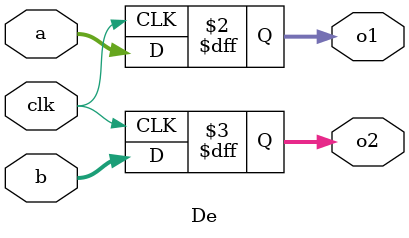
<source format=v>
`timescale 1ns / 1ps


module De(a,b,o1,o2,clk);
    parameter n=5;
    input clk;
    input [n-1:0]a,b;
    output reg [n-1:0]o1,o2;
    always@(posedge clk)
        begin
            o1 = a;
            o2 = b;
        end
endmodule
</source>
